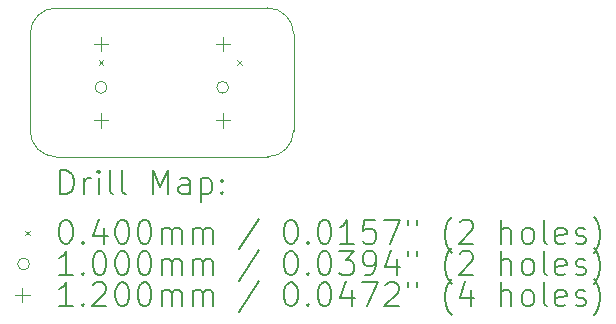
<source format=gbr>
%TF.GenerationSoftware,KiCad,Pcbnew,7.0.7*%
%TF.CreationDate,2023-09-18T19:37:45-04:00*%
%TF.ProjectId,Nav Switch Mount,4e617620-5377-4697-9463-68204d6f756e,rev?*%
%TF.SameCoordinates,Original*%
%TF.FileFunction,Drillmap*%
%TF.FilePolarity,Positive*%
%FSLAX45Y45*%
G04 Gerber Fmt 4.5, Leading zero omitted, Abs format (unit mm)*
G04 Created by KiCad (PCBNEW 7.0.7) date 2023-09-18 19:37:45*
%MOMM*%
%LPD*%
G01*
G04 APERTURE LIST*
%ADD10C,0.100000*%
%ADD11C,0.200000*%
%ADD12C,0.040000*%
%ADD13C,0.120000*%
G04 APERTURE END LIST*
D10*
X15010000Y-4570000D02*
X16800000Y-4570000D01*
X17020000Y-4790000D02*
X17020000Y-5610000D01*
X16800000Y-5830000D02*
G75*
G03*
X17020000Y-5610000I0J220000D01*
G01*
X14790000Y-5610000D02*
G75*
G03*
X15010000Y-5830000I220000J0D01*
G01*
X14790000Y-5610000D02*
X14790000Y-4790000D01*
X17020000Y-4790000D02*
G75*
G03*
X16800000Y-4570000I-220000J0D01*
G01*
X16800000Y-5830000D02*
X15010000Y-5830000D01*
X15010000Y-4570000D02*
G75*
G03*
X14790000Y-4790000I0J-220000D01*
G01*
D11*
D12*
X15370000Y-5010000D02*
X15410000Y-5050000D01*
X15410000Y-5010000D02*
X15370000Y-5050000D01*
X16540000Y-5010000D02*
X16580000Y-5050000D01*
X16580000Y-5010000D02*
X16540000Y-5050000D01*
D10*
X15440000Y-5242500D02*
G75*
G03*
X15440000Y-5242500I-50000J0D01*
G01*
X16470000Y-5242500D02*
G75*
G03*
X16470000Y-5242500I-50000J0D01*
G01*
D13*
X15390000Y-4812500D02*
X15390000Y-4932500D01*
X15330000Y-4872500D02*
X15450000Y-4872500D01*
X15390000Y-5462500D02*
X15390000Y-5582500D01*
X15330000Y-5522500D02*
X15450000Y-5522500D01*
X16420000Y-4812500D02*
X16420000Y-4932500D01*
X16360000Y-4872500D02*
X16480000Y-4872500D01*
X16420000Y-5462500D02*
X16420000Y-5582500D01*
X16360000Y-5522500D02*
X16480000Y-5522500D01*
D11*
X15045777Y-6146484D02*
X15045777Y-5946484D01*
X15045777Y-5946484D02*
X15093396Y-5946484D01*
X15093396Y-5946484D02*
X15121967Y-5956008D01*
X15121967Y-5956008D02*
X15141015Y-5975055D01*
X15141015Y-5975055D02*
X15150539Y-5994103D01*
X15150539Y-5994103D02*
X15160062Y-6032198D01*
X15160062Y-6032198D02*
X15160062Y-6060769D01*
X15160062Y-6060769D02*
X15150539Y-6098865D01*
X15150539Y-6098865D02*
X15141015Y-6117912D01*
X15141015Y-6117912D02*
X15121967Y-6136960D01*
X15121967Y-6136960D02*
X15093396Y-6146484D01*
X15093396Y-6146484D02*
X15045777Y-6146484D01*
X15245777Y-6146484D02*
X15245777Y-6013150D01*
X15245777Y-6051246D02*
X15255301Y-6032198D01*
X15255301Y-6032198D02*
X15264824Y-6022674D01*
X15264824Y-6022674D02*
X15283872Y-6013150D01*
X15283872Y-6013150D02*
X15302920Y-6013150D01*
X15369586Y-6146484D02*
X15369586Y-6013150D01*
X15369586Y-5946484D02*
X15360062Y-5956008D01*
X15360062Y-5956008D02*
X15369586Y-5965531D01*
X15369586Y-5965531D02*
X15379110Y-5956008D01*
X15379110Y-5956008D02*
X15369586Y-5946484D01*
X15369586Y-5946484D02*
X15369586Y-5965531D01*
X15493396Y-6146484D02*
X15474348Y-6136960D01*
X15474348Y-6136960D02*
X15464824Y-6117912D01*
X15464824Y-6117912D02*
X15464824Y-5946484D01*
X15598158Y-6146484D02*
X15579110Y-6136960D01*
X15579110Y-6136960D02*
X15569586Y-6117912D01*
X15569586Y-6117912D02*
X15569586Y-5946484D01*
X15826729Y-6146484D02*
X15826729Y-5946484D01*
X15826729Y-5946484D02*
X15893396Y-6089341D01*
X15893396Y-6089341D02*
X15960062Y-5946484D01*
X15960062Y-5946484D02*
X15960062Y-6146484D01*
X16141015Y-6146484D02*
X16141015Y-6041722D01*
X16141015Y-6041722D02*
X16131491Y-6022674D01*
X16131491Y-6022674D02*
X16112443Y-6013150D01*
X16112443Y-6013150D02*
X16074348Y-6013150D01*
X16074348Y-6013150D02*
X16055301Y-6022674D01*
X16141015Y-6136960D02*
X16121967Y-6146484D01*
X16121967Y-6146484D02*
X16074348Y-6146484D01*
X16074348Y-6146484D02*
X16055301Y-6136960D01*
X16055301Y-6136960D02*
X16045777Y-6117912D01*
X16045777Y-6117912D02*
X16045777Y-6098865D01*
X16045777Y-6098865D02*
X16055301Y-6079817D01*
X16055301Y-6079817D02*
X16074348Y-6070293D01*
X16074348Y-6070293D02*
X16121967Y-6070293D01*
X16121967Y-6070293D02*
X16141015Y-6060769D01*
X16236253Y-6013150D02*
X16236253Y-6213150D01*
X16236253Y-6022674D02*
X16255301Y-6013150D01*
X16255301Y-6013150D02*
X16293396Y-6013150D01*
X16293396Y-6013150D02*
X16312443Y-6022674D01*
X16312443Y-6022674D02*
X16321967Y-6032198D01*
X16321967Y-6032198D02*
X16331491Y-6051246D01*
X16331491Y-6051246D02*
X16331491Y-6108388D01*
X16331491Y-6108388D02*
X16321967Y-6127436D01*
X16321967Y-6127436D02*
X16312443Y-6136960D01*
X16312443Y-6136960D02*
X16293396Y-6146484D01*
X16293396Y-6146484D02*
X16255301Y-6146484D01*
X16255301Y-6146484D02*
X16236253Y-6136960D01*
X16417205Y-6127436D02*
X16426729Y-6136960D01*
X16426729Y-6136960D02*
X16417205Y-6146484D01*
X16417205Y-6146484D02*
X16407682Y-6136960D01*
X16407682Y-6136960D02*
X16417205Y-6127436D01*
X16417205Y-6127436D02*
X16417205Y-6146484D01*
X16417205Y-6022674D02*
X16426729Y-6032198D01*
X16426729Y-6032198D02*
X16417205Y-6041722D01*
X16417205Y-6041722D02*
X16407682Y-6032198D01*
X16407682Y-6032198D02*
X16417205Y-6022674D01*
X16417205Y-6022674D02*
X16417205Y-6041722D01*
D12*
X14745000Y-6455000D02*
X14785000Y-6495000D01*
X14785000Y-6455000D02*
X14745000Y-6495000D01*
D11*
X15083872Y-6366484D02*
X15102920Y-6366484D01*
X15102920Y-6366484D02*
X15121967Y-6376008D01*
X15121967Y-6376008D02*
X15131491Y-6385531D01*
X15131491Y-6385531D02*
X15141015Y-6404579D01*
X15141015Y-6404579D02*
X15150539Y-6442674D01*
X15150539Y-6442674D02*
X15150539Y-6490293D01*
X15150539Y-6490293D02*
X15141015Y-6528388D01*
X15141015Y-6528388D02*
X15131491Y-6547436D01*
X15131491Y-6547436D02*
X15121967Y-6556960D01*
X15121967Y-6556960D02*
X15102920Y-6566484D01*
X15102920Y-6566484D02*
X15083872Y-6566484D01*
X15083872Y-6566484D02*
X15064824Y-6556960D01*
X15064824Y-6556960D02*
X15055301Y-6547436D01*
X15055301Y-6547436D02*
X15045777Y-6528388D01*
X15045777Y-6528388D02*
X15036253Y-6490293D01*
X15036253Y-6490293D02*
X15036253Y-6442674D01*
X15036253Y-6442674D02*
X15045777Y-6404579D01*
X15045777Y-6404579D02*
X15055301Y-6385531D01*
X15055301Y-6385531D02*
X15064824Y-6376008D01*
X15064824Y-6376008D02*
X15083872Y-6366484D01*
X15236253Y-6547436D02*
X15245777Y-6556960D01*
X15245777Y-6556960D02*
X15236253Y-6566484D01*
X15236253Y-6566484D02*
X15226729Y-6556960D01*
X15226729Y-6556960D02*
X15236253Y-6547436D01*
X15236253Y-6547436D02*
X15236253Y-6566484D01*
X15417205Y-6433150D02*
X15417205Y-6566484D01*
X15369586Y-6356960D02*
X15321967Y-6499817D01*
X15321967Y-6499817D02*
X15445777Y-6499817D01*
X15560062Y-6366484D02*
X15579110Y-6366484D01*
X15579110Y-6366484D02*
X15598158Y-6376008D01*
X15598158Y-6376008D02*
X15607682Y-6385531D01*
X15607682Y-6385531D02*
X15617205Y-6404579D01*
X15617205Y-6404579D02*
X15626729Y-6442674D01*
X15626729Y-6442674D02*
X15626729Y-6490293D01*
X15626729Y-6490293D02*
X15617205Y-6528388D01*
X15617205Y-6528388D02*
X15607682Y-6547436D01*
X15607682Y-6547436D02*
X15598158Y-6556960D01*
X15598158Y-6556960D02*
X15579110Y-6566484D01*
X15579110Y-6566484D02*
X15560062Y-6566484D01*
X15560062Y-6566484D02*
X15541015Y-6556960D01*
X15541015Y-6556960D02*
X15531491Y-6547436D01*
X15531491Y-6547436D02*
X15521967Y-6528388D01*
X15521967Y-6528388D02*
X15512443Y-6490293D01*
X15512443Y-6490293D02*
X15512443Y-6442674D01*
X15512443Y-6442674D02*
X15521967Y-6404579D01*
X15521967Y-6404579D02*
X15531491Y-6385531D01*
X15531491Y-6385531D02*
X15541015Y-6376008D01*
X15541015Y-6376008D02*
X15560062Y-6366484D01*
X15750539Y-6366484D02*
X15769586Y-6366484D01*
X15769586Y-6366484D02*
X15788634Y-6376008D01*
X15788634Y-6376008D02*
X15798158Y-6385531D01*
X15798158Y-6385531D02*
X15807682Y-6404579D01*
X15807682Y-6404579D02*
X15817205Y-6442674D01*
X15817205Y-6442674D02*
X15817205Y-6490293D01*
X15817205Y-6490293D02*
X15807682Y-6528388D01*
X15807682Y-6528388D02*
X15798158Y-6547436D01*
X15798158Y-6547436D02*
X15788634Y-6556960D01*
X15788634Y-6556960D02*
X15769586Y-6566484D01*
X15769586Y-6566484D02*
X15750539Y-6566484D01*
X15750539Y-6566484D02*
X15731491Y-6556960D01*
X15731491Y-6556960D02*
X15721967Y-6547436D01*
X15721967Y-6547436D02*
X15712443Y-6528388D01*
X15712443Y-6528388D02*
X15702920Y-6490293D01*
X15702920Y-6490293D02*
X15702920Y-6442674D01*
X15702920Y-6442674D02*
X15712443Y-6404579D01*
X15712443Y-6404579D02*
X15721967Y-6385531D01*
X15721967Y-6385531D02*
X15731491Y-6376008D01*
X15731491Y-6376008D02*
X15750539Y-6366484D01*
X15902920Y-6566484D02*
X15902920Y-6433150D01*
X15902920Y-6452198D02*
X15912443Y-6442674D01*
X15912443Y-6442674D02*
X15931491Y-6433150D01*
X15931491Y-6433150D02*
X15960063Y-6433150D01*
X15960063Y-6433150D02*
X15979110Y-6442674D01*
X15979110Y-6442674D02*
X15988634Y-6461722D01*
X15988634Y-6461722D02*
X15988634Y-6566484D01*
X15988634Y-6461722D02*
X15998158Y-6442674D01*
X15998158Y-6442674D02*
X16017205Y-6433150D01*
X16017205Y-6433150D02*
X16045777Y-6433150D01*
X16045777Y-6433150D02*
X16064824Y-6442674D01*
X16064824Y-6442674D02*
X16074348Y-6461722D01*
X16074348Y-6461722D02*
X16074348Y-6566484D01*
X16169586Y-6566484D02*
X16169586Y-6433150D01*
X16169586Y-6452198D02*
X16179110Y-6442674D01*
X16179110Y-6442674D02*
X16198158Y-6433150D01*
X16198158Y-6433150D02*
X16226729Y-6433150D01*
X16226729Y-6433150D02*
X16245777Y-6442674D01*
X16245777Y-6442674D02*
X16255301Y-6461722D01*
X16255301Y-6461722D02*
X16255301Y-6566484D01*
X16255301Y-6461722D02*
X16264824Y-6442674D01*
X16264824Y-6442674D02*
X16283872Y-6433150D01*
X16283872Y-6433150D02*
X16312443Y-6433150D01*
X16312443Y-6433150D02*
X16331491Y-6442674D01*
X16331491Y-6442674D02*
X16341015Y-6461722D01*
X16341015Y-6461722D02*
X16341015Y-6566484D01*
X16731491Y-6356960D02*
X16560063Y-6614103D01*
X16988634Y-6366484D02*
X17007682Y-6366484D01*
X17007682Y-6366484D02*
X17026729Y-6376008D01*
X17026729Y-6376008D02*
X17036253Y-6385531D01*
X17036253Y-6385531D02*
X17045777Y-6404579D01*
X17045777Y-6404579D02*
X17055301Y-6442674D01*
X17055301Y-6442674D02*
X17055301Y-6490293D01*
X17055301Y-6490293D02*
X17045777Y-6528388D01*
X17045777Y-6528388D02*
X17036253Y-6547436D01*
X17036253Y-6547436D02*
X17026729Y-6556960D01*
X17026729Y-6556960D02*
X17007682Y-6566484D01*
X17007682Y-6566484D02*
X16988634Y-6566484D01*
X16988634Y-6566484D02*
X16969587Y-6556960D01*
X16969587Y-6556960D02*
X16960063Y-6547436D01*
X16960063Y-6547436D02*
X16950539Y-6528388D01*
X16950539Y-6528388D02*
X16941015Y-6490293D01*
X16941015Y-6490293D02*
X16941015Y-6442674D01*
X16941015Y-6442674D02*
X16950539Y-6404579D01*
X16950539Y-6404579D02*
X16960063Y-6385531D01*
X16960063Y-6385531D02*
X16969587Y-6376008D01*
X16969587Y-6376008D02*
X16988634Y-6366484D01*
X17141015Y-6547436D02*
X17150539Y-6556960D01*
X17150539Y-6556960D02*
X17141015Y-6566484D01*
X17141015Y-6566484D02*
X17131491Y-6556960D01*
X17131491Y-6556960D02*
X17141015Y-6547436D01*
X17141015Y-6547436D02*
X17141015Y-6566484D01*
X17274348Y-6366484D02*
X17293396Y-6366484D01*
X17293396Y-6366484D02*
X17312444Y-6376008D01*
X17312444Y-6376008D02*
X17321968Y-6385531D01*
X17321968Y-6385531D02*
X17331491Y-6404579D01*
X17331491Y-6404579D02*
X17341015Y-6442674D01*
X17341015Y-6442674D02*
X17341015Y-6490293D01*
X17341015Y-6490293D02*
X17331491Y-6528388D01*
X17331491Y-6528388D02*
X17321968Y-6547436D01*
X17321968Y-6547436D02*
X17312444Y-6556960D01*
X17312444Y-6556960D02*
X17293396Y-6566484D01*
X17293396Y-6566484D02*
X17274348Y-6566484D01*
X17274348Y-6566484D02*
X17255301Y-6556960D01*
X17255301Y-6556960D02*
X17245777Y-6547436D01*
X17245777Y-6547436D02*
X17236253Y-6528388D01*
X17236253Y-6528388D02*
X17226729Y-6490293D01*
X17226729Y-6490293D02*
X17226729Y-6442674D01*
X17226729Y-6442674D02*
X17236253Y-6404579D01*
X17236253Y-6404579D02*
X17245777Y-6385531D01*
X17245777Y-6385531D02*
X17255301Y-6376008D01*
X17255301Y-6376008D02*
X17274348Y-6366484D01*
X17531491Y-6566484D02*
X17417206Y-6566484D01*
X17474348Y-6566484D02*
X17474348Y-6366484D01*
X17474348Y-6366484D02*
X17455301Y-6395055D01*
X17455301Y-6395055D02*
X17436253Y-6414103D01*
X17436253Y-6414103D02*
X17417206Y-6423627D01*
X17712444Y-6366484D02*
X17617206Y-6366484D01*
X17617206Y-6366484D02*
X17607682Y-6461722D01*
X17607682Y-6461722D02*
X17617206Y-6452198D01*
X17617206Y-6452198D02*
X17636253Y-6442674D01*
X17636253Y-6442674D02*
X17683872Y-6442674D01*
X17683872Y-6442674D02*
X17702920Y-6452198D01*
X17702920Y-6452198D02*
X17712444Y-6461722D01*
X17712444Y-6461722D02*
X17721968Y-6480769D01*
X17721968Y-6480769D02*
X17721968Y-6528388D01*
X17721968Y-6528388D02*
X17712444Y-6547436D01*
X17712444Y-6547436D02*
X17702920Y-6556960D01*
X17702920Y-6556960D02*
X17683872Y-6566484D01*
X17683872Y-6566484D02*
X17636253Y-6566484D01*
X17636253Y-6566484D02*
X17617206Y-6556960D01*
X17617206Y-6556960D02*
X17607682Y-6547436D01*
X17788634Y-6366484D02*
X17921968Y-6366484D01*
X17921968Y-6366484D02*
X17836253Y-6566484D01*
X17988634Y-6366484D02*
X17988634Y-6404579D01*
X18064825Y-6366484D02*
X18064825Y-6404579D01*
X18360063Y-6642674D02*
X18350539Y-6633150D01*
X18350539Y-6633150D02*
X18331491Y-6604579D01*
X18331491Y-6604579D02*
X18321968Y-6585531D01*
X18321968Y-6585531D02*
X18312444Y-6556960D01*
X18312444Y-6556960D02*
X18302920Y-6509341D01*
X18302920Y-6509341D02*
X18302920Y-6471246D01*
X18302920Y-6471246D02*
X18312444Y-6423627D01*
X18312444Y-6423627D02*
X18321968Y-6395055D01*
X18321968Y-6395055D02*
X18331491Y-6376008D01*
X18331491Y-6376008D02*
X18350539Y-6347436D01*
X18350539Y-6347436D02*
X18360063Y-6337912D01*
X18426730Y-6385531D02*
X18436253Y-6376008D01*
X18436253Y-6376008D02*
X18455301Y-6366484D01*
X18455301Y-6366484D02*
X18502920Y-6366484D01*
X18502920Y-6366484D02*
X18521968Y-6376008D01*
X18521968Y-6376008D02*
X18531491Y-6385531D01*
X18531491Y-6385531D02*
X18541015Y-6404579D01*
X18541015Y-6404579D02*
X18541015Y-6423627D01*
X18541015Y-6423627D02*
X18531491Y-6452198D01*
X18531491Y-6452198D02*
X18417206Y-6566484D01*
X18417206Y-6566484D02*
X18541015Y-6566484D01*
X18779111Y-6566484D02*
X18779111Y-6366484D01*
X18864825Y-6566484D02*
X18864825Y-6461722D01*
X18864825Y-6461722D02*
X18855301Y-6442674D01*
X18855301Y-6442674D02*
X18836253Y-6433150D01*
X18836253Y-6433150D02*
X18807682Y-6433150D01*
X18807682Y-6433150D02*
X18788634Y-6442674D01*
X18788634Y-6442674D02*
X18779111Y-6452198D01*
X18988634Y-6566484D02*
X18969587Y-6556960D01*
X18969587Y-6556960D02*
X18960063Y-6547436D01*
X18960063Y-6547436D02*
X18950539Y-6528388D01*
X18950539Y-6528388D02*
X18950539Y-6471246D01*
X18950539Y-6471246D02*
X18960063Y-6452198D01*
X18960063Y-6452198D02*
X18969587Y-6442674D01*
X18969587Y-6442674D02*
X18988634Y-6433150D01*
X18988634Y-6433150D02*
X19017206Y-6433150D01*
X19017206Y-6433150D02*
X19036253Y-6442674D01*
X19036253Y-6442674D02*
X19045777Y-6452198D01*
X19045777Y-6452198D02*
X19055301Y-6471246D01*
X19055301Y-6471246D02*
X19055301Y-6528388D01*
X19055301Y-6528388D02*
X19045777Y-6547436D01*
X19045777Y-6547436D02*
X19036253Y-6556960D01*
X19036253Y-6556960D02*
X19017206Y-6566484D01*
X19017206Y-6566484D02*
X18988634Y-6566484D01*
X19169587Y-6566484D02*
X19150539Y-6556960D01*
X19150539Y-6556960D02*
X19141015Y-6537912D01*
X19141015Y-6537912D02*
X19141015Y-6366484D01*
X19321968Y-6556960D02*
X19302920Y-6566484D01*
X19302920Y-6566484D02*
X19264825Y-6566484D01*
X19264825Y-6566484D02*
X19245777Y-6556960D01*
X19245777Y-6556960D02*
X19236253Y-6537912D01*
X19236253Y-6537912D02*
X19236253Y-6461722D01*
X19236253Y-6461722D02*
X19245777Y-6442674D01*
X19245777Y-6442674D02*
X19264825Y-6433150D01*
X19264825Y-6433150D02*
X19302920Y-6433150D01*
X19302920Y-6433150D02*
X19321968Y-6442674D01*
X19321968Y-6442674D02*
X19331492Y-6461722D01*
X19331492Y-6461722D02*
X19331492Y-6480769D01*
X19331492Y-6480769D02*
X19236253Y-6499817D01*
X19407682Y-6556960D02*
X19426730Y-6566484D01*
X19426730Y-6566484D02*
X19464825Y-6566484D01*
X19464825Y-6566484D02*
X19483873Y-6556960D01*
X19483873Y-6556960D02*
X19493396Y-6537912D01*
X19493396Y-6537912D02*
X19493396Y-6528388D01*
X19493396Y-6528388D02*
X19483873Y-6509341D01*
X19483873Y-6509341D02*
X19464825Y-6499817D01*
X19464825Y-6499817D02*
X19436253Y-6499817D01*
X19436253Y-6499817D02*
X19417206Y-6490293D01*
X19417206Y-6490293D02*
X19407682Y-6471246D01*
X19407682Y-6471246D02*
X19407682Y-6461722D01*
X19407682Y-6461722D02*
X19417206Y-6442674D01*
X19417206Y-6442674D02*
X19436253Y-6433150D01*
X19436253Y-6433150D02*
X19464825Y-6433150D01*
X19464825Y-6433150D02*
X19483873Y-6442674D01*
X19560063Y-6642674D02*
X19569587Y-6633150D01*
X19569587Y-6633150D02*
X19588634Y-6604579D01*
X19588634Y-6604579D02*
X19598158Y-6585531D01*
X19598158Y-6585531D02*
X19607682Y-6556960D01*
X19607682Y-6556960D02*
X19617206Y-6509341D01*
X19617206Y-6509341D02*
X19617206Y-6471246D01*
X19617206Y-6471246D02*
X19607682Y-6423627D01*
X19607682Y-6423627D02*
X19598158Y-6395055D01*
X19598158Y-6395055D02*
X19588634Y-6376008D01*
X19588634Y-6376008D02*
X19569587Y-6347436D01*
X19569587Y-6347436D02*
X19560063Y-6337912D01*
D10*
X14785000Y-6739000D02*
G75*
G03*
X14785000Y-6739000I-50000J0D01*
G01*
D11*
X15150539Y-6830484D02*
X15036253Y-6830484D01*
X15093396Y-6830484D02*
X15093396Y-6630484D01*
X15093396Y-6630484D02*
X15074348Y-6659055D01*
X15074348Y-6659055D02*
X15055301Y-6678103D01*
X15055301Y-6678103D02*
X15036253Y-6687627D01*
X15236253Y-6811436D02*
X15245777Y-6820960D01*
X15245777Y-6820960D02*
X15236253Y-6830484D01*
X15236253Y-6830484D02*
X15226729Y-6820960D01*
X15226729Y-6820960D02*
X15236253Y-6811436D01*
X15236253Y-6811436D02*
X15236253Y-6830484D01*
X15369586Y-6630484D02*
X15388634Y-6630484D01*
X15388634Y-6630484D02*
X15407682Y-6640008D01*
X15407682Y-6640008D02*
X15417205Y-6649531D01*
X15417205Y-6649531D02*
X15426729Y-6668579D01*
X15426729Y-6668579D02*
X15436253Y-6706674D01*
X15436253Y-6706674D02*
X15436253Y-6754293D01*
X15436253Y-6754293D02*
X15426729Y-6792388D01*
X15426729Y-6792388D02*
X15417205Y-6811436D01*
X15417205Y-6811436D02*
X15407682Y-6820960D01*
X15407682Y-6820960D02*
X15388634Y-6830484D01*
X15388634Y-6830484D02*
X15369586Y-6830484D01*
X15369586Y-6830484D02*
X15350539Y-6820960D01*
X15350539Y-6820960D02*
X15341015Y-6811436D01*
X15341015Y-6811436D02*
X15331491Y-6792388D01*
X15331491Y-6792388D02*
X15321967Y-6754293D01*
X15321967Y-6754293D02*
X15321967Y-6706674D01*
X15321967Y-6706674D02*
X15331491Y-6668579D01*
X15331491Y-6668579D02*
X15341015Y-6649531D01*
X15341015Y-6649531D02*
X15350539Y-6640008D01*
X15350539Y-6640008D02*
X15369586Y-6630484D01*
X15560062Y-6630484D02*
X15579110Y-6630484D01*
X15579110Y-6630484D02*
X15598158Y-6640008D01*
X15598158Y-6640008D02*
X15607682Y-6649531D01*
X15607682Y-6649531D02*
X15617205Y-6668579D01*
X15617205Y-6668579D02*
X15626729Y-6706674D01*
X15626729Y-6706674D02*
X15626729Y-6754293D01*
X15626729Y-6754293D02*
X15617205Y-6792388D01*
X15617205Y-6792388D02*
X15607682Y-6811436D01*
X15607682Y-6811436D02*
X15598158Y-6820960D01*
X15598158Y-6820960D02*
X15579110Y-6830484D01*
X15579110Y-6830484D02*
X15560062Y-6830484D01*
X15560062Y-6830484D02*
X15541015Y-6820960D01*
X15541015Y-6820960D02*
X15531491Y-6811436D01*
X15531491Y-6811436D02*
X15521967Y-6792388D01*
X15521967Y-6792388D02*
X15512443Y-6754293D01*
X15512443Y-6754293D02*
X15512443Y-6706674D01*
X15512443Y-6706674D02*
X15521967Y-6668579D01*
X15521967Y-6668579D02*
X15531491Y-6649531D01*
X15531491Y-6649531D02*
X15541015Y-6640008D01*
X15541015Y-6640008D02*
X15560062Y-6630484D01*
X15750539Y-6630484D02*
X15769586Y-6630484D01*
X15769586Y-6630484D02*
X15788634Y-6640008D01*
X15788634Y-6640008D02*
X15798158Y-6649531D01*
X15798158Y-6649531D02*
X15807682Y-6668579D01*
X15807682Y-6668579D02*
X15817205Y-6706674D01*
X15817205Y-6706674D02*
X15817205Y-6754293D01*
X15817205Y-6754293D02*
X15807682Y-6792388D01*
X15807682Y-6792388D02*
X15798158Y-6811436D01*
X15798158Y-6811436D02*
X15788634Y-6820960D01*
X15788634Y-6820960D02*
X15769586Y-6830484D01*
X15769586Y-6830484D02*
X15750539Y-6830484D01*
X15750539Y-6830484D02*
X15731491Y-6820960D01*
X15731491Y-6820960D02*
X15721967Y-6811436D01*
X15721967Y-6811436D02*
X15712443Y-6792388D01*
X15712443Y-6792388D02*
X15702920Y-6754293D01*
X15702920Y-6754293D02*
X15702920Y-6706674D01*
X15702920Y-6706674D02*
X15712443Y-6668579D01*
X15712443Y-6668579D02*
X15721967Y-6649531D01*
X15721967Y-6649531D02*
X15731491Y-6640008D01*
X15731491Y-6640008D02*
X15750539Y-6630484D01*
X15902920Y-6830484D02*
X15902920Y-6697150D01*
X15902920Y-6716198D02*
X15912443Y-6706674D01*
X15912443Y-6706674D02*
X15931491Y-6697150D01*
X15931491Y-6697150D02*
X15960063Y-6697150D01*
X15960063Y-6697150D02*
X15979110Y-6706674D01*
X15979110Y-6706674D02*
X15988634Y-6725722D01*
X15988634Y-6725722D02*
X15988634Y-6830484D01*
X15988634Y-6725722D02*
X15998158Y-6706674D01*
X15998158Y-6706674D02*
X16017205Y-6697150D01*
X16017205Y-6697150D02*
X16045777Y-6697150D01*
X16045777Y-6697150D02*
X16064824Y-6706674D01*
X16064824Y-6706674D02*
X16074348Y-6725722D01*
X16074348Y-6725722D02*
X16074348Y-6830484D01*
X16169586Y-6830484D02*
X16169586Y-6697150D01*
X16169586Y-6716198D02*
X16179110Y-6706674D01*
X16179110Y-6706674D02*
X16198158Y-6697150D01*
X16198158Y-6697150D02*
X16226729Y-6697150D01*
X16226729Y-6697150D02*
X16245777Y-6706674D01*
X16245777Y-6706674D02*
X16255301Y-6725722D01*
X16255301Y-6725722D02*
X16255301Y-6830484D01*
X16255301Y-6725722D02*
X16264824Y-6706674D01*
X16264824Y-6706674D02*
X16283872Y-6697150D01*
X16283872Y-6697150D02*
X16312443Y-6697150D01*
X16312443Y-6697150D02*
X16331491Y-6706674D01*
X16331491Y-6706674D02*
X16341015Y-6725722D01*
X16341015Y-6725722D02*
X16341015Y-6830484D01*
X16731491Y-6620960D02*
X16560063Y-6878103D01*
X16988634Y-6630484D02*
X17007682Y-6630484D01*
X17007682Y-6630484D02*
X17026729Y-6640008D01*
X17026729Y-6640008D02*
X17036253Y-6649531D01*
X17036253Y-6649531D02*
X17045777Y-6668579D01*
X17045777Y-6668579D02*
X17055301Y-6706674D01*
X17055301Y-6706674D02*
X17055301Y-6754293D01*
X17055301Y-6754293D02*
X17045777Y-6792388D01*
X17045777Y-6792388D02*
X17036253Y-6811436D01*
X17036253Y-6811436D02*
X17026729Y-6820960D01*
X17026729Y-6820960D02*
X17007682Y-6830484D01*
X17007682Y-6830484D02*
X16988634Y-6830484D01*
X16988634Y-6830484D02*
X16969587Y-6820960D01*
X16969587Y-6820960D02*
X16960063Y-6811436D01*
X16960063Y-6811436D02*
X16950539Y-6792388D01*
X16950539Y-6792388D02*
X16941015Y-6754293D01*
X16941015Y-6754293D02*
X16941015Y-6706674D01*
X16941015Y-6706674D02*
X16950539Y-6668579D01*
X16950539Y-6668579D02*
X16960063Y-6649531D01*
X16960063Y-6649531D02*
X16969587Y-6640008D01*
X16969587Y-6640008D02*
X16988634Y-6630484D01*
X17141015Y-6811436D02*
X17150539Y-6820960D01*
X17150539Y-6820960D02*
X17141015Y-6830484D01*
X17141015Y-6830484D02*
X17131491Y-6820960D01*
X17131491Y-6820960D02*
X17141015Y-6811436D01*
X17141015Y-6811436D02*
X17141015Y-6830484D01*
X17274348Y-6630484D02*
X17293396Y-6630484D01*
X17293396Y-6630484D02*
X17312444Y-6640008D01*
X17312444Y-6640008D02*
X17321968Y-6649531D01*
X17321968Y-6649531D02*
X17331491Y-6668579D01*
X17331491Y-6668579D02*
X17341015Y-6706674D01*
X17341015Y-6706674D02*
X17341015Y-6754293D01*
X17341015Y-6754293D02*
X17331491Y-6792388D01*
X17331491Y-6792388D02*
X17321968Y-6811436D01*
X17321968Y-6811436D02*
X17312444Y-6820960D01*
X17312444Y-6820960D02*
X17293396Y-6830484D01*
X17293396Y-6830484D02*
X17274348Y-6830484D01*
X17274348Y-6830484D02*
X17255301Y-6820960D01*
X17255301Y-6820960D02*
X17245777Y-6811436D01*
X17245777Y-6811436D02*
X17236253Y-6792388D01*
X17236253Y-6792388D02*
X17226729Y-6754293D01*
X17226729Y-6754293D02*
X17226729Y-6706674D01*
X17226729Y-6706674D02*
X17236253Y-6668579D01*
X17236253Y-6668579D02*
X17245777Y-6649531D01*
X17245777Y-6649531D02*
X17255301Y-6640008D01*
X17255301Y-6640008D02*
X17274348Y-6630484D01*
X17407682Y-6630484D02*
X17531491Y-6630484D01*
X17531491Y-6630484D02*
X17464825Y-6706674D01*
X17464825Y-6706674D02*
X17493396Y-6706674D01*
X17493396Y-6706674D02*
X17512444Y-6716198D01*
X17512444Y-6716198D02*
X17521968Y-6725722D01*
X17521968Y-6725722D02*
X17531491Y-6744769D01*
X17531491Y-6744769D02*
X17531491Y-6792388D01*
X17531491Y-6792388D02*
X17521968Y-6811436D01*
X17521968Y-6811436D02*
X17512444Y-6820960D01*
X17512444Y-6820960D02*
X17493396Y-6830484D01*
X17493396Y-6830484D02*
X17436253Y-6830484D01*
X17436253Y-6830484D02*
X17417206Y-6820960D01*
X17417206Y-6820960D02*
X17407682Y-6811436D01*
X17626729Y-6830484D02*
X17664825Y-6830484D01*
X17664825Y-6830484D02*
X17683872Y-6820960D01*
X17683872Y-6820960D02*
X17693396Y-6811436D01*
X17693396Y-6811436D02*
X17712444Y-6782865D01*
X17712444Y-6782865D02*
X17721968Y-6744769D01*
X17721968Y-6744769D02*
X17721968Y-6668579D01*
X17721968Y-6668579D02*
X17712444Y-6649531D01*
X17712444Y-6649531D02*
X17702920Y-6640008D01*
X17702920Y-6640008D02*
X17683872Y-6630484D01*
X17683872Y-6630484D02*
X17645777Y-6630484D01*
X17645777Y-6630484D02*
X17626729Y-6640008D01*
X17626729Y-6640008D02*
X17617206Y-6649531D01*
X17617206Y-6649531D02*
X17607682Y-6668579D01*
X17607682Y-6668579D02*
X17607682Y-6716198D01*
X17607682Y-6716198D02*
X17617206Y-6735246D01*
X17617206Y-6735246D02*
X17626729Y-6744769D01*
X17626729Y-6744769D02*
X17645777Y-6754293D01*
X17645777Y-6754293D02*
X17683872Y-6754293D01*
X17683872Y-6754293D02*
X17702920Y-6744769D01*
X17702920Y-6744769D02*
X17712444Y-6735246D01*
X17712444Y-6735246D02*
X17721968Y-6716198D01*
X17893396Y-6697150D02*
X17893396Y-6830484D01*
X17845777Y-6620960D02*
X17798158Y-6763817D01*
X17798158Y-6763817D02*
X17921968Y-6763817D01*
X17988634Y-6630484D02*
X17988634Y-6668579D01*
X18064825Y-6630484D02*
X18064825Y-6668579D01*
X18360063Y-6906674D02*
X18350539Y-6897150D01*
X18350539Y-6897150D02*
X18331491Y-6868579D01*
X18331491Y-6868579D02*
X18321968Y-6849531D01*
X18321968Y-6849531D02*
X18312444Y-6820960D01*
X18312444Y-6820960D02*
X18302920Y-6773341D01*
X18302920Y-6773341D02*
X18302920Y-6735246D01*
X18302920Y-6735246D02*
X18312444Y-6687627D01*
X18312444Y-6687627D02*
X18321968Y-6659055D01*
X18321968Y-6659055D02*
X18331491Y-6640008D01*
X18331491Y-6640008D02*
X18350539Y-6611436D01*
X18350539Y-6611436D02*
X18360063Y-6601912D01*
X18426730Y-6649531D02*
X18436253Y-6640008D01*
X18436253Y-6640008D02*
X18455301Y-6630484D01*
X18455301Y-6630484D02*
X18502920Y-6630484D01*
X18502920Y-6630484D02*
X18521968Y-6640008D01*
X18521968Y-6640008D02*
X18531491Y-6649531D01*
X18531491Y-6649531D02*
X18541015Y-6668579D01*
X18541015Y-6668579D02*
X18541015Y-6687627D01*
X18541015Y-6687627D02*
X18531491Y-6716198D01*
X18531491Y-6716198D02*
X18417206Y-6830484D01*
X18417206Y-6830484D02*
X18541015Y-6830484D01*
X18779111Y-6830484D02*
X18779111Y-6630484D01*
X18864825Y-6830484D02*
X18864825Y-6725722D01*
X18864825Y-6725722D02*
X18855301Y-6706674D01*
X18855301Y-6706674D02*
X18836253Y-6697150D01*
X18836253Y-6697150D02*
X18807682Y-6697150D01*
X18807682Y-6697150D02*
X18788634Y-6706674D01*
X18788634Y-6706674D02*
X18779111Y-6716198D01*
X18988634Y-6830484D02*
X18969587Y-6820960D01*
X18969587Y-6820960D02*
X18960063Y-6811436D01*
X18960063Y-6811436D02*
X18950539Y-6792388D01*
X18950539Y-6792388D02*
X18950539Y-6735246D01*
X18950539Y-6735246D02*
X18960063Y-6716198D01*
X18960063Y-6716198D02*
X18969587Y-6706674D01*
X18969587Y-6706674D02*
X18988634Y-6697150D01*
X18988634Y-6697150D02*
X19017206Y-6697150D01*
X19017206Y-6697150D02*
X19036253Y-6706674D01*
X19036253Y-6706674D02*
X19045777Y-6716198D01*
X19045777Y-6716198D02*
X19055301Y-6735246D01*
X19055301Y-6735246D02*
X19055301Y-6792388D01*
X19055301Y-6792388D02*
X19045777Y-6811436D01*
X19045777Y-6811436D02*
X19036253Y-6820960D01*
X19036253Y-6820960D02*
X19017206Y-6830484D01*
X19017206Y-6830484D02*
X18988634Y-6830484D01*
X19169587Y-6830484D02*
X19150539Y-6820960D01*
X19150539Y-6820960D02*
X19141015Y-6801912D01*
X19141015Y-6801912D02*
X19141015Y-6630484D01*
X19321968Y-6820960D02*
X19302920Y-6830484D01*
X19302920Y-6830484D02*
X19264825Y-6830484D01*
X19264825Y-6830484D02*
X19245777Y-6820960D01*
X19245777Y-6820960D02*
X19236253Y-6801912D01*
X19236253Y-6801912D02*
X19236253Y-6725722D01*
X19236253Y-6725722D02*
X19245777Y-6706674D01*
X19245777Y-6706674D02*
X19264825Y-6697150D01*
X19264825Y-6697150D02*
X19302920Y-6697150D01*
X19302920Y-6697150D02*
X19321968Y-6706674D01*
X19321968Y-6706674D02*
X19331492Y-6725722D01*
X19331492Y-6725722D02*
X19331492Y-6744769D01*
X19331492Y-6744769D02*
X19236253Y-6763817D01*
X19407682Y-6820960D02*
X19426730Y-6830484D01*
X19426730Y-6830484D02*
X19464825Y-6830484D01*
X19464825Y-6830484D02*
X19483873Y-6820960D01*
X19483873Y-6820960D02*
X19493396Y-6801912D01*
X19493396Y-6801912D02*
X19493396Y-6792388D01*
X19493396Y-6792388D02*
X19483873Y-6773341D01*
X19483873Y-6773341D02*
X19464825Y-6763817D01*
X19464825Y-6763817D02*
X19436253Y-6763817D01*
X19436253Y-6763817D02*
X19417206Y-6754293D01*
X19417206Y-6754293D02*
X19407682Y-6735246D01*
X19407682Y-6735246D02*
X19407682Y-6725722D01*
X19407682Y-6725722D02*
X19417206Y-6706674D01*
X19417206Y-6706674D02*
X19436253Y-6697150D01*
X19436253Y-6697150D02*
X19464825Y-6697150D01*
X19464825Y-6697150D02*
X19483873Y-6706674D01*
X19560063Y-6906674D02*
X19569587Y-6897150D01*
X19569587Y-6897150D02*
X19588634Y-6868579D01*
X19588634Y-6868579D02*
X19598158Y-6849531D01*
X19598158Y-6849531D02*
X19607682Y-6820960D01*
X19607682Y-6820960D02*
X19617206Y-6773341D01*
X19617206Y-6773341D02*
X19617206Y-6735246D01*
X19617206Y-6735246D02*
X19607682Y-6687627D01*
X19607682Y-6687627D02*
X19598158Y-6659055D01*
X19598158Y-6659055D02*
X19588634Y-6640008D01*
X19588634Y-6640008D02*
X19569587Y-6611436D01*
X19569587Y-6611436D02*
X19560063Y-6601912D01*
D13*
X14725000Y-6943000D02*
X14725000Y-7063000D01*
X14665000Y-7003000D02*
X14785000Y-7003000D01*
D11*
X15150539Y-7094484D02*
X15036253Y-7094484D01*
X15093396Y-7094484D02*
X15093396Y-6894484D01*
X15093396Y-6894484D02*
X15074348Y-6923055D01*
X15074348Y-6923055D02*
X15055301Y-6942103D01*
X15055301Y-6942103D02*
X15036253Y-6951627D01*
X15236253Y-7075436D02*
X15245777Y-7084960D01*
X15245777Y-7084960D02*
X15236253Y-7094484D01*
X15236253Y-7094484D02*
X15226729Y-7084960D01*
X15226729Y-7084960D02*
X15236253Y-7075436D01*
X15236253Y-7075436D02*
X15236253Y-7094484D01*
X15321967Y-6913531D02*
X15331491Y-6904008D01*
X15331491Y-6904008D02*
X15350539Y-6894484D01*
X15350539Y-6894484D02*
X15398158Y-6894484D01*
X15398158Y-6894484D02*
X15417205Y-6904008D01*
X15417205Y-6904008D02*
X15426729Y-6913531D01*
X15426729Y-6913531D02*
X15436253Y-6932579D01*
X15436253Y-6932579D02*
X15436253Y-6951627D01*
X15436253Y-6951627D02*
X15426729Y-6980198D01*
X15426729Y-6980198D02*
X15312443Y-7094484D01*
X15312443Y-7094484D02*
X15436253Y-7094484D01*
X15560062Y-6894484D02*
X15579110Y-6894484D01*
X15579110Y-6894484D02*
X15598158Y-6904008D01*
X15598158Y-6904008D02*
X15607682Y-6913531D01*
X15607682Y-6913531D02*
X15617205Y-6932579D01*
X15617205Y-6932579D02*
X15626729Y-6970674D01*
X15626729Y-6970674D02*
X15626729Y-7018293D01*
X15626729Y-7018293D02*
X15617205Y-7056388D01*
X15617205Y-7056388D02*
X15607682Y-7075436D01*
X15607682Y-7075436D02*
X15598158Y-7084960D01*
X15598158Y-7084960D02*
X15579110Y-7094484D01*
X15579110Y-7094484D02*
X15560062Y-7094484D01*
X15560062Y-7094484D02*
X15541015Y-7084960D01*
X15541015Y-7084960D02*
X15531491Y-7075436D01*
X15531491Y-7075436D02*
X15521967Y-7056388D01*
X15521967Y-7056388D02*
X15512443Y-7018293D01*
X15512443Y-7018293D02*
X15512443Y-6970674D01*
X15512443Y-6970674D02*
X15521967Y-6932579D01*
X15521967Y-6932579D02*
X15531491Y-6913531D01*
X15531491Y-6913531D02*
X15541015Y-6904008D01*
X15541015Y-6904008D02*
X15560062Y-6894484D01*
X15750539Y-6894484D02*
X15769586Y-6894484D01*
X15769586Y-6894484D02*
X15788634Y-6904008D01*
X15788634Y-6904008D02*
X15798158Y-6913531D01*
X15798158Y-6913531D02*
X15807682Y-6932579D01*
X15807682Y-6932579D02*
X15817205Y-6970674D01*
X15817205Y-6970674D02*
X15817205Y-7018293D01*
X15817205Y-7018293D02*
X15807682Y-7056388D01*
X15807682Y-7056388D02*
X15798158Y-7075436D01*
X15798158Y-7075436D02*
X15788634Y-7084960D01*
X15788634Y-7084960D02*
X15769586Y-7094484D01*
X15769586Y-7094484D02*
X15750539Y-7094484D01*
X15750539Y-7094484D02*
X15731491Y-7084960D01*
X15731491Y-7084960D02*
X15721967Y-7075436D01*
X15721967Y-7075436D02*
X15712443Y-7056388D01*
X15712443Y-7056388D02*
X15702920Y-7018293D01*
X15702920Y-7018293D02*
X15702920Y-6970674D01*
X15702920Y-6970674D02*
X15712443Y-6932579D01*
X15712443Y-6932579D02*
X15721967Y-6913531D01*
X15721967Y-6913531D02*
X15731491Y-6904008D01*
X15731491Y-6904008D02*
X15750539Y-6894484D01*
X15902920Y-7094484D02*
X15902920Y-6961150D01*
X15902920Y-6980198D02*
X15912443Y-6970674D01*
X15912443Y-6970674D02*
X15931491Y-6961150D01*
X15931491Y-6961150D02*
X15960063Y-6961150D01*
X15960063Y-6961150D02*
X15979110Y-6970674D01*
X15979110Y-6970674D02*
X15988634Y-6989722D01*
X15988634Y-6989722D02*
X15988634Y-7094484D01*
X15988634Y-6989722D02*
X15998158Y-6970674D01*
X15998158Y-6970674D02*
X16017205Y-6961150D01*
X16017205Y-6961150D02*
X16045777Y-6961150D01*
X16045777Y-6961150D02*
X16064824Y-6970674D01*
X16064824Y-6970674D02*
X16074348Y-6989722D01*
X16074348Y-6989722D02*
X16074348Y-7094484D01*
X16169586Y-7094484D02*
X16169586Y-6961150D01*
X16169586Y-6980198D02*
X16179110Y-6970674D01*
X16179110Y-6970674D02*
X16198158Y-6961150D01*
X16198158Y-6961150D02*
X16226729Y-6961150D01*
X16226729Y-6961150D02*
X16245777Y-6970674D01*
X16245777Y-6970674D02*
X16255301Y-6989722D01*
X16255301Y-6989722D02*
X16255301Y-7094484D01*
X16255301Y-6989722D02*
X16264824Y-6970674D01*
X16264824Y-6970674D02*
X16283872Y-6961150D01*
X16283872Y-6961150D02*
X16312443Y-6961150D01*
X16312443Y-6961150D02*
X16331491Y-6970674D01*
X16331491Y-6970674D02*
X16341015Y-6989722D01*
X16341015Y-6989722D02*
X16341015Y-7094484D01*
X16731491Y-6884960D02*
X16560063Y-7142103D01*
X16988634Y-6894484D02*
X17007682Y-6894484D01*
X17007682Y-6894484D02*
X17026729Y-6904008D01*
X17026729Y-6904008D02*
X17036253Y-6913531D01*
X17036253Y-6913531D02*
X17045777Y-6932579D01*
X17045777Y-6932579D02*
X17055301Y-6970674D01*
X17055301Y-6970674D02*
X17055301Y-7018293D01*
X17055301Y-7018293D02*
X17045777Y-7056388D01*
X17045777Y-7056388D02*
X17036253Y-7075436D01*
X17036253Y-7075436D02*
X17026729Y-7084960D01*
X17026729Y-7084960D02*
X17007682Y-7094484D01*
X17007682Y-7094484D02*
X16988634Y-7094484D01*
X16988634Y-7094484D02*
X16969587Y-7084960D01*
X16969587Y-7084960D02*
X16960063Y-7075436D01*
X16960063Y-7075436D02*
X16950539Y-7056388D01*
X16950539Y-7056388D02*
X16941015Y-7018293D01*
X16941015Y-7018293D02*
X16941015Y-6970674D01*
X16941015Y-6970674D02*
X16950539Y-6932579D01*
X16950539Y-6932579D02*
X16960063Y-6913531D01*
X16960063Y-6913531D02*
X16969587Y-6904008D01*
X16969587Y-6904008D02*
X16988634Y-6894484D01*
X17141015Y-7075436D02*
X17150539Y-7084960D01*
X17150539Y-7084960D02*
X17141015Y-7094484D01*
X17141015Y-7094484D02*
X17131491Y-7084960D01*
X17131491Y-7084960D02*
X17141015Y-7075436D01*
X17141015Y-7075436D02*
X17141015Y-7094484D01*
X17274348Y-6894484D02*
X17293396Y-6894484D01*
X17293396Y-6894484D02*
X17312444Y-6904008D01*
X17312444Y-6904008D02*
X17321968Y-6913531D01*
X17321968Y-6913531D02*
X17331491Y-6932579D01*
X17331491Y-6932579D02*
X17341015Y-6970674D01*
X17341015Y-6970674D02*
X17341015Y-7018293D01*
X17341015Y-7018293D02*
X17331491Y-7056388D01*
X17331491Y-7056388D02*
X17321968Y-7075436D01*
X17321968Y-7075436D02*
X17312444Y-7084960D01*
X17312444Y-7084960D02*
X17293396Y-7094484D01*
X17293396Y-7094484D02*
X17274348Y-7094484D01*
X17274348Y-7094484D02*
X17255301Y-7084960D01*
X17255301Y-7084960D02*
X17245777Y-7075436D01*
X17245777Y-7075436D02*
X17236253Y-7056388D01*
X17236253Y-7056388D02*
X17226729Y-7018293D01*
X17226729Y-7018293D02*
X17226729Y-6970674D01*
X17226729Y-6970674D02*
X17236253Y-6932579D01*
X17236253Y-6932579D02*
X17245777Y-6913531D01*
X17245777Y-6913531D02*
X17255301Y-6904008D01*
X17255301Y-6904008D02*
X17274348Y-6894484D01*
X17512444Y-6961150D02*
X17512444Y-7094484D01*
X17464825Y-6884960D02*
X17417206Y-7027817D01*
X17417206Y-7027817D02*
X17541015Y-7027817D01*
X17598158Y-6894484D02*
X17731491Y-6894484D01*
X17731491Y-6894484D02*
X17645777Y-7094484D01*
X17798158Y-6913531D02*
X17807682Y-6904008D01*
X17807682Y-6904008D02*
X17826729Y-6894484D01*
X17826729Y-6894484D02*
X17874349Y-6894484D01*
X17874349Y-6894484D02*
X17893396Y-6904008D01*
X17893396Y-6904008D02*
X17902920Y-6913531D01*
X17902920Y-6913531D02*
X17912444Y-6932579D01*
X17912444Y-6932579D02*
X17912444Y-6951627D01*
X17912444Y-6951627D02*
X17902920Y-6980198D01*
X17902920Y-6980198D02*
X17788634Y-7094484D01*
X17788634Y-7094484D02*
X17912444Y-7094484D01*
X17988634Y-6894484D02*
X17988634Y-6932579D01*
X18064825Y-6894484D02*
X18064825Y-6932579D01*
X18360063Y-7170674D02*
X18350539Y-7161150D01*
X18350539Y-7161150D02*
X18331491Y-7132579D01*
X18331491Y-7132579D02*
X18321968Y-7113531D01*
X18321968Y-7113531D02*
X18312444Y-7084960D01*
X18312444Y-7084960D02*
X18302920Y-7037341D01*
X18302920Y-7037341D02*
X18302920Y-6999246D01*
X18302920Y-6999246D02*
X18312444Y-6951627D01*
X18312444Y-6951627D02*
X18321968Y-6923055D01*
X18321968Y-6923055D02*
X18331491Y-6904008D01*
X18331491Y-6904008D02*
X18350539Y-6875436D01*
X18350539Y-6875436D02*
X18360063Y-6865912D01*
X18521968Y-6961150D02*
X18521968Y-7094484D01*
X18474349Y-6884960D02*
X18426730Y-7027817D01*
X18426730Y-7027817D02*
X18550539Y-7027817D01*
X18779111Y-7094484D02*
X18779111Y-6894484D01*
X18864825Y-7094484D02*
X18864825Y-6989722D01*
X18864825Y-6989722D02*
X18855301Y-6970674D01*
X18855301Y-6970674D02*
X18836253Y-6961150D01*
X18836253Y-6961150D02*
X18807682Y-6961150D01*
X18807682Y-6961150D02*
X18788634Y-6970674D01*
X18788634Y-6970674D02*
X18779111Y-6980198D01*
X18988634Y-7094484D02*
X18969587Y-7084960D01*
X18969587Y-7084960D02*
X18960063Y-7075436D01*
X18960063Y-7075436D02*
X18950539Y-7056388D01*
X18950539Y-7056388D02*
X18950539Y-6999246D01*
X18950539Y-6999246D02*
X18960063Y-6980198D01*
X18960063Y-6980198D02*
X18969587Y-6970674D01*
X18969587Y-6970674D02*
X18988634Y-6961150D01*
X18988634Y-6961150D02*
X19017206Y-6961150D01*
X19017206Y-6961150D02*
X19036253Y-6970674D01*
X19036253Y-6970674D02*
X19045777Y-6980198D01*
X19045777Y-6980198D02*
X19055301Y-6999246D01*
X19055301Y-6999246D02*
X19055301Y-7056388D01*
X19055301Y-7056388D02*
X19045777Y-7075436D01*
X19045777Y-7075436D02*
X19036253Y-7084960D01*
X19036253Y-7084960D02*
X19017206Y-7094484D01*
X19017206Y-7094484D02*
X18988634Y-7094484D01*
X19169587Y-7094484D02*
X19150539Y-7084960D01*
X19150539Y-7084960D02*
X19141015Y-7065912D01*
X19141015Y-7065912D02*
X19141015Y-6894484D01*
X19321968Y-7084960D02*
X19302920Y-7094484D01*
X19302920Y-7094484D02*
X19264825Y-7094484D01*
X19264825Y-7094484D02*
X19245777Y-7084960D01*
X19245777Y-7084960D02*
X19236253Y-7065912D01*
X19236253Y-7065912D02*
X19236253Y-6989722D01*
X19236253Y-6989722D02*
X19245777Y-6970674D01*
X19245777Y-6970674D02*
X19264825Y-6961150D01*
X19264825Y-6961150D02*
X19302920Y-6961150D01*
X19302920Y-6961150D02*
X19321968Y-6970674D01*
X19321968Y-6970674D02*
X19331492Y-6989722D01*
X19331492Y-6989722D02*
X19331492Y-7008769D01*
X19331492Y-7008769D02*
X19236253Y-7027817D01*
X19407682Y-7084960D02*
X19426730Y-7094484D01*
X19426730Y-7094484D02*
X19464825Y-7094484D01*
X19464825Y-7094484D02*
X19483873Y-7084960D01*
X19483873Y-7084960D02*
X19493396Y-7065912D01*
X19493396Y-7065912D02*
X19493396Y-7056388D01*
X19493396Y-7056388D02*
X19483873Y-7037341D01*
X19483873Y-7037341D02*
X19464825Y-7027817D01*
X19464825Y-7027817D02*
X19436253Y-7027817D01*
X19436253Y-7027817D02*
X19417206Y-7018293D01*
X19417206Y-7018293D02*
X19407682Y-6999246D01*
X19407682Y-6999246D02*
X19407682Y-6989722D01*
X19407682Y-6989722D02*
X19417206Y-6970674D01*
X19417206Y-6970674D02*
X19436253Y-6961150D01*
X19436253Y-6961150D02*
X19464825Y-6961150D01*
X19464825Y-6961150D02*
X19483873Y-6970674D01*
X19560063Y-7170674D02*
X19569587Y-7161150D01*
X19569587Y-7161150D02*
X19588634Y-7132579D01*
X19588634Y-7132579D02*
X19598158Y-7113531D01*
X19598158Y-7113531D02*
X19607682Y-7084960D01*
X19607682Y-7084960D02*
X19617206Y-7037341D01*
X19617206Y-7037341D02*
X19617206Y-6999246D01*
X19617206Y-6999246D02*
X19607682Y-6951627D01*
X19607682Y-6951627D02*
X19598158Y-6923055D01*
X19598158Y-6923055D02*
X19588634Y-6904008D01*
X19588634Y-6904008D02*
X19569587Y-6875436D01*
X19569587Y-6875436D02*
X19560063Y-6865912D01*
M02*

</source>
